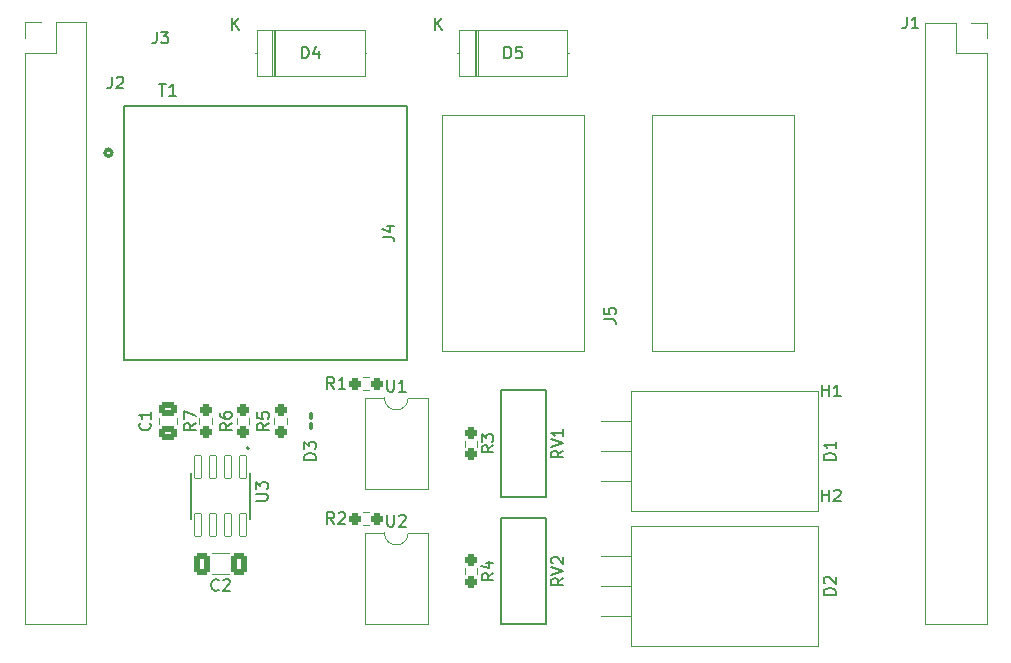
<source format=gto>
G04 #@! TF.GenerationSoftware,KiCad,Pcbnew,(6.0.2)*
G04 #@! TF.CreationDate,2022-03-12T22:50:08+09:00*
G04 #@! TF.ProjectId,ACBoard,4143426f-6172-4642-9e6b-696361645f70,rev?*
G04 #@! TF.SameCoordinates,Original*
G04 #@! TF.FileFunction,Legend,Top*
G04 #@! TF.FilePolarity,Positive*
%FSLAX46Y46*%
G04 Gerber Fmt 4.6, Leading zero omitted, Abs format (unit mm)*
G04 Created by KiCad (PCBNEW (6.0.2)) date 2022-03-12 22:50:08*
%MOMM*%
%LPD*%
G01*
G04 APERTURE LIST*
G04 Aperture macros list*
%AMRoundRect*
0 Rectangle with rounded corners*
0 $1 Rounding radius*
0 $2 $3 $4 $5 $6 $7 $8 $9 X,Y pos of 4 corners*
0 Add a 4 corners polygon primitive as box body*
4,1,4,$2,$3,$4,$5,$6,$7,$8,$9,$2,$3,0*
0 Add four circle primitives for the rounded corners*
1,1,$1+$1,$2,$3*
1,1,$1+$1,$4,$5*
1,1,$1+$1,$6,$7*
1,1,$1+$1,$8,$9*
0 Add four rect primitives between the rounded corners*
20,1,$1+$1,$2,$3,$4,$5,0*
20,1,$1+$1,$4,$5,$6,$7,0*
20,1,$1+$1,$6,$7,$8,$9,0*
20,1,$1+$1,$8,$9,$2,$3,0*%
G04 Aperture macros list end*
%ADD10C,0.150000*%
%ADD11C,0.120000*%
%ADD12C,0.127000*%
%ADD13C,0.200000*%
%ADD14C,0.300000*%
%ADD15C,0.100000*%
%ADD16RoundRect,0.237500X0.250000X0.237500X-0.250000X0.237500X-0.250000X-0.237500X0.250000X-0.237500X0*%
%ADD17R,1.600000X1.600000*%
%ADD18O,1.600000X1.600000*%
%ADD19C,4.000000*%
%ADD20O,3.500000X3.500000*%
%ADD21R,2.000000X1.905000*%
%ADD22O,2.000000X1.905000*%
%ADD23RoundRect,0.250000X-0.475000X0.337500X-0.475000X-0.337500X0.475000X-0.337500X0.475000X0.337500X0*%
%ADD24RoundRect,0.042000X-0.258000X0.943000X-0.258000X-0.943000X0.258000X-0.943000X0.258000X0.943000X0*%
%ADD25RoundRect,0.237500X0.237500X-0.250000X0.237500X0.250000X-0.237500X0.250000X-0.237500X-0.250000X0*%
%ADD26O,6.000000X1.000000*%
%ADD27RoundRect,0.237500X-0.237500X0.250000X-0.237500X-0.250000X0.237500X-0.250000X0.237500X0.250000X0*%
%ADD28C,2.000000*%
%ADD29R,13.000000X9.000000*%
%ADD30R,2.800000X2.800000*%
%ADD31O,2.800000X2.800000*%
%ADD32R,2.250000X2.250000*%
%ADD33C,2.250000*%
%ADD34RoundRect,0.100000X-0.100000X0.217500X-0.100000X-0.217500X0.100000X-0.217500X0.100000X0.217500X0*%
%ADD35C,1.600000*%
%ADD36RoundRect,0.250000X0.412500X0.650000X-0.412500X0.650000X-0.412500X-0.650000X0.412500X-0.650000X0*%
%ADD37R,1.700000X1.700000*%
%ADD38O,1.700000X1.700000*%
G04 APERTURE END LIST*
D10*
X183613333Y-60182380D02*
X183280000Y-59706190D01*
X183041904Y-60182380D02*
X183041904Y-59182380D01*
X183422857Y-59182380D01*
X183518095Y-59230000D01*
X183565714Y-59277619D01*
X183613333Y-59372857D01*
X183613333Y-59515714D01*
X183565714Y-59610952D01*
X183518095Y-59658571D01*
X183422857Y-59706190D01*
X183041904Y-59706190D01*
X183994285Y-59277619D02*
X184041904Y-59230000D01*
X184137142Y-59182380D01*
X184375238Y-59182380D01*
X184470476Y-59230000D01*
X184518095Y-59277619D01*
X184565714Y-59372857D01*
X184565714Y-59468095D01*
X184518095Y-59610952D01*
X183946666Y-60182380D01*
X184565714Y-60182380D01*
X188108095Y-47977380D02*
X188108095Y-48786904D01*
X188155714Y-48882142D01*
X188203333Y-48929761D01*
X188298571Y-48977380D01*
X188489047Y-48977380D01*
X188584285Y-48929761D01*
X188631904Y-48882142D01*
X188679523Y-48786904D01*
X188679523Y-47977380D01*
X189679523Y-48977380D02*
X189108095Y-48977380D01*
X189393809Y-48977380D02*
X189393809Y-47977380D01*
X189298571Y-48120238D01*
X189203333Y-48215476D01*
X189108095Y-48263095D01*
X217178095Y-20272380D02*
X217178095Y-19272380D01*
X217416190Y-19272380D01*
X217559047Y-19320000D01*
X217654285Y-19415238D01*
X217701904Y-19510476D01*
X217749523Y-19700952D01*
X217749523Y-19843809D01*
X217701904Y-20034285D01*
X217654285Y-20129523D01*
X217559047Y-20224761D01*
X217416190Y-20272380D01*
X217178095Y-20272380D01*
X218178095Y-20272380D02*
X218178095Y-19272380D01*
X218178095Y-19748571D02*
X218749523Y-19748571D01*
X218749523Y-20272380D02*
X218749523Y-19272380D01*
X219178095Y-19367619D02*
X219225714Y-19320000D01*
X219320952Y-19272380D01*
X219559047Y-19272380D01*
X219654285Y-19320000D01*
X219701904Y-19367619D01*
X219749523Y-19462857D01*
X219749523Y-19558095D01*
X219701904Y-19700952D01*
X219130476Y-20272380D01*
X219749523Y-20272380D01*
X226062380Y-54753095D02*
X225062380Y-54753095D01*
X225062380Y-54515000D01*
X225110000Y-54372142D01*
X225205238Y-54276904D01*
X225300476Y-54229285D01*
X225490952Y-54181666D01*
X225633809Y-54181666D01*
X225824285Y-54229285D01*
X225919523Y-54276904D01*
X226014761Y-54372142D01*
X226062380Y-54515000D01*
X226062380Y-54753095D01*
X226062380Y-53229285D02*
X226062380Y-53800714D01*
X226062380Y-53515000D02*
X225062380Y-53515000D01*
X225205238Y-53610238D01*
X225300476Y-53705476D01*
X225348095Y-53800714D01*
X167997142Y-51646666D02*
X168044761Y-51694285D01*
X168092380Y-51837142D01*
X168092380Y-51932380D01*
X168044761Y-52075238D01*
X167949523Y-52170476D01*
X167854285Y-52218095D01*
X167663809Y-52265714D01*
X167520952Y-52265714D01*
X167330476Y-52218095D01*
X167235238Y-52170476D01*
X167140000Y-52075238D01*
X167092380Y-51932380D01*
X167092380Y-51837142D01*
X167140000Y-51694285D01*
X167187619Y-51646666D01*
X168092380Y-50694285D02*
X168092380Y-51265714D01*
X168092380Y-50980000D02*
X167092380Y-50980000D01*
X167235238Y-51075238D01*
X167330476Y-51170476D01*
X167378095Y-51265714D01*
X176979380Y-58206904D02*
X177788904Y-58206904D01*
X177884142Y-58159285D01*
X177931761Y-58111666D01*
X177979380Y-58016428D01*
X177979380Y-57825952D01*
X177931761Y-57730714D01*
X177884142Y-57683095D01*
X177788904Y-57635476D01*
X176979380Y-57635476D01*
X176979380Y-57254523D02*
X176979380Y-56635476D01*
X177360333Y-56968809D01*
X177360333Y-56825952D01*
X177407952Y-56730714D01*
X177455571Y-56683095D01*
X177550809Y-56635476D01*
X177788904Y-56635476D01*
X177884142Y-56683095D01*
X177931761Y-56730714D01*
X177979380Y-56825952D01*
X177979380Y-57111666D01*
X177931761Y-57206904D01*
X177884142Y-57254523D01*
X183613333Y-48752380D02*
X183280000Y-48276190D01*
X183041904Y-48752380D02*
X183041904Y-47752380D01*
X183422857Y-47752380D01*
X183518095Y-47800000D01*
X183565714Y-47847619D01*
X183613333Y-47942857D01*
X183613333Y-48085714D01*
X183565714Y-48180952D01*
X183518095Y-48228571D01*
X183422857Y-48276190D01*
X183041904Y-48276190D01*
X184565714Y-48752380D02*
X183994285Y-48752380D01*
X184280000Y-48752380D02*
X184280000Y-47752380D01*
X184184761Y-47895238D01*
X184089523Y-47990476D01*
X183994285Y-48038095D01*
X178092380Y-51646666D02*
X177616190Y-51980000D01*
X178092380Y-52218095D02*
X177092380Y-52218095D01*
X177092380Y-51837142D01*
X177140000Y-51741904D01*
X177187619Y-51694285D01*
X177282857Y-51646666D01*
X177425714Y-51646666D01*
X177520952Y-51694285D01*
X177568571Y-51741904D01*
X177616190Y-51837142D01*
X177616190Y-52218095D01*
X177092380Y-50741904D02*
X177092380Y-51218095D01*
X177568571Y-51265714D01*
X177520952Y-51218095D01*
X177473333Y-51122857D01*
X177473333Y-50884761D01*
X177520952Y-50789523D01*
X177568571Y-50741904D01*
X177663809Y-50694285D01*
X177901904Y-50694285D01*
X177997142Y-50741904D01*
X178044761Y-50789523D01*
X178092380Y-50884761D01*
X178092380Y-51122857D01*
X178044761Y-51218095D01*
X177997142Y-51265714D01*
X187707380Y-35893333D02*
X188421666Y-35893333D01*
X188564523Y-35940952D01*
X188659761Y-36036190D01*
X188707380Y-36179047D01*
X188707380Y-36274285D01*
X188040714Y-34988571D02*
X188707380Y-34988571D01*
X187659761Y-35226666D02*
X188374047Y-35464761D01*
X188374047Y-34845714D01*
X197092380Y-64341666D02*
X196616190Y-64675000D01*
X197092380Y-64913095D02*
X196092380Y-64913095D01*
X196092380Y-64532142D01*
X196140000Y-64436904D01*
X196187619Y-64389285D01*
X196282857Y-64341666D01*
X196425714Y-64341666D01*
X196520952Y-64389285D01*
X196568571Y-64436904D01*
X196616190Y-64532142D01*
X196616190Y-64913095D01*
X196425714Y-63484523D02*
X197092380Y-63484523D01*
X196044761Y-63722619D02*
X196759047Y-63960714D01*
X196759047Y-63341666D01*
X197092380Y-53546666D02*
X196616190Y-53880000D01*
X197092380Y-54118095D02*
X196092380Y-54118095D01*
X196092380Y-53737142D01*
X196140000Y-53641904D01*
X196187619Y-53594285D01*
X196282857Y-53546666D01*
X196425714Y-53546666D01*
X196520952Y-53594285D01*
X196568571Y-53641904D01*
X196616190Y-53737142D01*
X196616190Y-54118095D01*
X196092380Y-53213333D02*
X196092380Y-52594285D01*
X196473333Y-52927619D01*
X196473333Y-52784761D01*
X196520952Y-52689523D01*
X196568571Y-52641904D01*
X196663809Y-52594285D01*
X196901904Y-52594285D01*
X196997142Y-52641904D01*
X197044761Y-52689523D01*
X197092380Y-52784761D01*
X197092380Y-53070476D01*
X197044761Y-53165714D01*
X196997142Y-53213333D01*
X226062380Y-66183095D02*
X225062380Y-66183095D01*
X225062380Y-65945000D01*
X225110000Y-65802142D01*
X225205238Y-65706904D01*
X225300476Y-65659285D01*
X225490952Y-65611666D01*
X225633809Y-65611666D01*
X225824285Y-65659285D01*
X225919523Y-65706904D01*
X226014761Y-65802142D01*
X226062380Y-65945000D01*
X226062380Y-66183095D01*
X225157619Y-65230714D02*
X225110000Y-65183095D01*
X225062380Y-65087857D01*
X225062380Y-64849761D01*
X225110000Y-64754523D01*
X225157619Y-64706904D01*
X225252857Y-64659285D01*
X225348095Y-64659285D01*
X225490952Y-64706904D01*
X226062380Y-65278333D01*
X226062380Y-64659285D01*
X168576666Y-18502380D02*
X168576666Y-19216666D01*
X168529047Y-19359523D01*
X168433809Y-19454761D01*
X168290952Y-19502380D01*
X168195714Y-19502380D01*
X168957619Y-18502380D02*
X169576666Y-18502380D01*
X169243333Y-18883333D01*
X169386190Y-18883333D01*
X169481428Y-18930952D01*
X169529047Y-18978571D01*
X169576666Y-19073809D01*
X169576666Y-19311904D01*
X169529047Y-19407142D01*
X169481428Y-19454761D01*
X169386190Y-19502380D01*
X169100476Y-19502380D01*
X169005238Y-19454761D01*
X168957619Y-19407142D01*
X224928095Y-58277380D02*
X224928095Y-57277380D01*
X224928095Y-57753571D02*
X225499523Y-57753571D01*
X225499523Y-58277380D02*
X225499523Y-57277380D01*
X225928095Y-57372619D02*
X225975714Y-57325000D01*
X226070952Y-57277380D01*
X226309047Y-57277380D01*
X226404285Y-57325000D01*
X226451904Y-57372619D01*
X226499523Y-57467857D01*
X226499523Y-57563095D01*
X226451904Y-57705952D01*
X225880476Y-58277380D01*
X226499523Y-58277380D01*
X198016904Y-20772380D02*
X198016904Y-19772380D01*
X198255000Y-19772380D01*
X198397857Y-19820000D01*
X198493095Y-19915238D01*
X198540714Y-20010476D01*
X198588333Y-20200952D01*
X198588333Y-20343809D01*
X198540714Y-20534285D01*
X198493095Y-20629523D01*
X198397857Y-20724761D01*
X198255000Y-20772380D01*
X198016904Y-20772380D01*
X199493095Y-19772380D02*
X199016904Y-19772380D01*
X198969285Y-20248571D01*
X199016904Y-20200952D01*
X199112142Y-20153333D01*
X199350238Y-20153333D01*
X199445476Y-20200952D01*
X199493095Y-20248571D01*
X199540714Y-20343809D01*
X199540714Y-20581904D01*
X199493095Y-20677142D01*
X199445476Y-20724761D01*
X199350238Y-20772380D01*
X199112142Y-20772380D01*
X199016904Y-20724761D01*
X198969285Y-20677142D01*
X192143095Y-18372380D02*
X192143095Y-17372380D01*
X192714523Y-18372380D02*
X192285952Y-17800952D01*
X192714523Y-17372380D02*
X192143095Y-17943809D01*
X206462380Y-42878333D02*
X207176666Y-42878333D01*
X207319523Y-42925952D01*
X207414761Y-43021190D01*
X207462380Y-43164047D01*
X207462380Y-43259285D01*
X206462380Y-41925952D02*
X206462380Y-42402142D01*
X206938571Y-42449761D01*
X206890952Y-42402142D01*
X206843333Y-42306904D01*
X206843333Y-42068809D01*
X206890952Y-41973571D01*
X206938571Y-41925952D01*
X207033809Y-41878333D01*
X207271904Y-41878333D01*
X207367142Y-41925952D01*
X207414761Y-41973571D01*
X207462380Y-42068809D01*
X207462380Y-42306904D01*
X207414761Y-42402142D01*
X207367142Y-42449761D01*
X188108095Y-59407380D02*
X188108095Y-60216904D01*
X188155714Y-60312142D01*
X188203333Y-60359761D01*
X188298571Y-60407380D01*
X188489047Y-60407380D01*
X188584285Y-60359761D01*
X188631904Y-60312142D01*
X188679523Y-60216904D01*
X188679523Y-59407380D01*
X189108095Y-59502619D02*
X189155714Y-59455000D01*
X189250952Y-59407380D01*
X189489047Y-59407380D01*
X189584285Y-59455000D01*
X189631904Y-59502619D01*
X189679523Y-59597857D01*
X189679523Y-59693095D01*
X189631904Y-59835952D01*
X189060476Y-60407380D01*
X189679523Y-60407380D01*
X168783095Y-22947380D02*
X169354523Y-22947380D01*
X169068809Y-23947380D02*
X169068809Y-22947380D01*
X170211666Y-23947380D02*
X169640238Y-23947380D01*
X169925952Y-23947380D02*
X169925952Y-22947380D01*
X169830714Y-23090238D01*
X169735476Y-23185476D01*
X169640238Y-23233095D01*
X182062380Y-54758095D02*
X181062380Y-54758095D01*
X181062380Y-54520000D01*
X181110000Y-54377142D01*
X181205238Y-54281904D01*
X181300476Y-54234285D01*
X181490952Y-54186666D01*
X181633809Y-54186666D01*
X181824285Y-54234285D01*
X181919523Y-54281904D01*
X182014761Y-54377142D01*
X182062380Y-54520000D01*
X182062380Y-54758095D01*
X181062380Y-53853333D02*
X181062380Y-53234285D01*
X181443333Y-53567619D01*
X181443333Y-53424761D01*
X181490952Y-53329523D01*
X181538571Y-53281904D01*
X181633809Y-53234285D01*
X181871904Y-53234285D01*
X181967142Y-53281904D01*
X182014761Y-53329523D01*
X182062380Y-53424761D01*
X182062380Y-53710476D01*
X182014761Y-53805714D01*
X181967142Y-53853333D01*
X203007380Y-53975238D02*
X202531190Y-54308571D01*
X203007380Y-54546666D02*
X202007380Y-54546666D01*
X202007380Y-54165714D01*
X202055000Y-54070476D01*
X202102619Y-54022857D01*
X202197857Y-53975238D01*
X202340714Y-53975238D01*
X202435952Y-54022857D01*
X202483571Y-54070476D01*
X202531190Y-54165714D01*
X202531190Y-54546666D01*
X202007380Y-53689523D02*
X203007380Y-53356190D01*
X202007380Y-53022857D01*
X203007380Y-52165714D02*
X203007380Y-52737142D01*
X203007380Y-52451428D02*
X202007380Y-52451428D01*
X202150238Y-52546666D01*
X202245476Y-52641904D01*
X202293095Y-52737142D01*
X227338095Y-20272380D02*
X227338095Y-19272380D01*
X227576190Y-19272380D01*
X227719047Y-19320000D01*
X227814285Y-19415238D01*
X227861904Y-19510476D01*
X227909523Y-19700952D01*
X227909523Y-19843809D01*
X227861904Y-20034285D01*
X227814285Y-20129523D01*
X227719047Y-20224761D01*
X227576190Y-20272380D01*
X227338095Y-20272380D01*
X228338095Y-20272380D02*
X228338095Y-19272380D01*
X228338095Y-19748571D02*
X228909523Y-19748571D01*
X228909523Y-20272380D02*
X228909523Y-19272380D01*
X229861904Y-19272380D02*
X229385714Y-19272380D01*
X229338095Y-19748571D01*
X229385714Y-19700952D01*
X229480952Y-19653333D01*
X229719047Y-19653333D01*
X229814285Y-19700952D01*
X229861904Y-19748571D01*
X229909523Y-19843809D01*
X229909523Y-20081904D01*
X229861904Y-20177142D01*
X229814285Y-20224761D01*
X229719047Y-20272380D01*
X229480952Y-20272380D01*
X229385714Y-20224761D01*
X229338095Y-20177142D01*
X173823333Y-65752142D02*
X173775714Y-65799761D01*
X173632857Y-65847380D01*
X173537619Y-65847380D01*
X173394761Y-65799761D01*
X173299523Y-65704523D01*
X173251904Y-65609285D01*
X173204285Y-65418809D01*
X173204285Y-65275952D01*
X173251904Y-65085476D01*
X173299523Y-64990238D01*
X173394761Y-64895000D01*
X173537619Y-64847380D01*
X173632857Y-64847380D01*
X173775714Y-64895000D01*
X173823333Y-64942619D01*
X174204285Y-64942619D02*
X174251904Y-64895000D01*
X174347142Y-64847380D01*
X174585238Y-64847380D01*
X174680476Y-64895000D01*
X174728095Y-64942619D01*
X174775714Y-65037857D01*
X174775714Y-65133095D01*
X174728095Y-65275952D01*
X174156666Y-65847380D01*
X174775714Y-65847380D01*
X224928095Y-49387380D02*
X224928095Y-48387380D01*
X224928095Y-48863571D02*
X225499523Y-48863571D01*
X225499523Y-49387380D02*
X225499523Y-48387380D01*
X226499523Y-49387380D02*
X225928095Y-49387380D01*
X226213809Y-49387380D02*
X226213809Y-48387380D01*
X226118571Y-48530238D01*
X226023333Y-48625476D01*
X225928095Y-48673095D01*
X227338095Y-66492380D02*
X227338095Y-65492380D01*
X227576190Y-65492380D01*
X227719047Y-65540000D01*
X227814285Y-65635238D01*
X227861904Y-65730476D01*
X227909523Y-65920952D01*
X227909523Y-66063809D01*
X227861904Y-66254285D01*
X227814285Y-66349523D01*
X227719047Y-66444761D01*
X227576190Y-66492380D01*
X227338095Y-66492380D01*
X228338095Y-66492380D02*
X228338095Y-65492380D01*
X228338095Y-65968571D02*
X228909523Y-65968571D01*
X228909523Y-66492380D02*
X228909523Y-65492380D01*
X229290476Y-65492380D02*
X229909523Y-65492380D01*
X229576190Y-65873333D01*
X229719047Y-65873333D01*
X229814285Y-65920952D01*
X229861904Y-65968571D01*
X229909523Y-66063809D01*
X229909523Y-66301904D01*
X229861904Y-66397142D01*
X229814285Y-66444761D01*
X229719047Y-66492380D01*
X229433333Y-66492380D01*
X229338095Y-66444761D01*
X229290476Y-66397142D01*
X171902380Y-51646666D02*
X171426190Y-51980000D01*
X171902380Y-52218095D02*
X170902380Y-52218095D01*
X170902380Y-51837142D01*
X170950000Y-51741904D01*
X170997619Y-51694285D01*
X171092857Y-51646666D01*
X171235714Y-51646666D01*
X171330952Y-51694285D01*
X171378571Y-51741904D01*
X171426190Y-51837142D01*
X171426190Y-52218095D01*
X170902380Y-51313333D02*
X170902380Y-50646666D01*
X171902380Y-51075238D01*
X166378095Y-65992380D02*
X166378095Y-64992380D01*
X166616190Y-64992380D01*
X166759047Y-65040000D01*
X166854285Y-65135238D01*
X166901904Y-65230476D01*
X166949523Y-65420952D01*
X166949523Y-65563809D01*
X166901904Y-65754285D01*
X166854285Y-65849523D01*
X166759047Y-65944761D01*
X166616190Y-65992380D01*
X166378095Y-65992380D01*
X167378095Y-65992380D02*
X167378095Y-64992380D01*
X167378095Y-65468571D02*
X167949523Y-65468571D01*
X167949523Y-65992380D02*
X167949523Y-64992380D01*
X168854285Y-65325714D02*
X168854285Y-65992380D01*
X168616190Y-64944761D02*
X168378095Y-65659047D01*
X168997142Y-65659047D01*
X203007380Y-64770238D02*
X202531190Y-65103571D01*
X203007380Y-65341666D02*
X202007380Y-65341666D01*
X202007380Y-64960714D01*
X202055000Y-64865476D01*
X202102619Y-64817857D01*
X202197857Y-64770238D01*
X202340714Y-64770238D01*
X202435952Y-64817857D01*
X202483571Y-64865476D01*
X202531190Y-64960714D01*
X202531190Y-65341666D01*
X202007380Y-64484523D02*
X203007380Y-64151190D01*
X202007380Y-63817857D01*
X202102619Y-63532142D02*
X202055000Y-63484523D01*
X202007380Y-63389285D01*
X202007380Y-63151190D01*
X202055000Y-63055952D01*
X202102619Y-63008333D01*
X202197857Y-62960714D01*
X202293095Y-62960714D01*
X202435952Y-63008333D01*
X203007380Y-63579761D01*
X203007380Y-62960714D01*
X232076666Y-17232380D02*
X232076666Y-17946666D01*
X232029047Y-18089523D01*
X231933809Y-18184761D01*
X231790952Y-18232380D01*
X231695714Y-18232380D01*
X233076666Y-18232380D02*
X232505238Y-18232380D01*
X232790952Y-18232380D02*
X232790952Y-17232380D01*
X232695714Y-17375238D01*
X232600476Y-17470476D01*
X232505238Y-17518095D01*
X164766666Y-22312380D02*
X164766666Y-23026666D01*
X164719047Y-23169523D01*
X164623809Y-23264761D01*
X164480952Y-23312380D01*
X164385714Y-23312380D01*
X165195238Y-22407619D02*
X165242857Y-22360000D01*
X165338095Y-22312380D01*
X165576190Y-22312380D01*
X165671428Y-22360000D01*
X165719047Y-22407619D01*
X165766666Y-22502857D01*
X165766666Y-22598095D01*
X165719047Y-22740952D01*
X165147619Y-23312380D01*
X165766666Y-23312380D01*
X180871904Y-20772380D02*
X180871904Y-19772380D01*
X181110000Y-19772380D01*
X181252857Y-19820000D01*
X181348095Y-19915238D01*
X181395714Y-20010476D01*
X181443333Y-20200952D01*
X181443333Y-20343809D01*
X181395714Y-20534285D01*
X181348095Y-20629523D01*
X181252857Y-20724761D01*
X181110000Y-20772380D01*
X180871904Y-20772380D01*
X182300476Y-20105714D02*
X182300476Y-20772380D01*
X182062380Y-19724761D02*
X181824285Y-20439047D01*
X182443333Y-20439047D01*
X174998095Y-18372380D02*
X174998095Y-17372380D01*
X175569523Y-18372380D02*
X175140952Y-17800952D01*
X175569523Y-17372380D02*
X174998095Y-17943809D01*
X174917380Y-51646666D02*
X174441190Y-51980000D01*
X174917380Y-52218095D02*
X173917380Y-52218095D01*
X173917380Y-51837142D01*
X173965000Y-51741904D01*
X174012619Y-51694285D01*
X174107857Y-51646666D01*
X174250714Y-51646666D01*
X174345952Y-51694285D01*
X174393571Y-51741904D01*
X174441190Y-51837142D01*
X174441190Y-52218095D01*
X173917380Y-50789523D02*
X173917380Y-50980000D01*
X173965000Y-51075238D01*
X174012619Y-51122857D01*
X174155476Y-51218095D01*
X174345952Y-51265714D01*
X174726904Y-51265714D01*
X174822142Y-51218095D01*
X174869761Y-51170476D01*
X174917380Y-51075238D01*
X174917380Y-50884761D01*
X174869761Y-50789523D01*
X174822142Y-50741904D01*
X174726904Y-50694285D01*
X174488809Y-50694285D01*
X174393571Y-50741904D01*
X174345952Y-50789523D01*
X174298333Y-50884761D01*
X174298333Y-51075238D01*
X174345952Y-51170476D01*
X174393571Y-51218095D01*
X174488809Y-51265714D01*
D11*
X186574724Y-59207500D02*
X186065276Y-59207500D01*
X186574724Y-60252500D02*
X186065276Y-60252500D01*
X187870000Y-49525000D02*
X186220000Y-49525000D01*
X186220000Y-57265000D02*
X191520000Y-57265000D01*
X191520000Y-49525000D02*
X189870000Y-49525000D01*
X186220000Y-49525000D02*
X186220000Y-57265000D01*
X191520000Y-57265000D02*
X191520000Y-49525000D01*
X187870000Y-49525000D02*
G75*
G03*
X189870000Y-49525000I1000000J0D01*
G01*
X208720000Y-48895000D02*
X208720000Y-59135000D01*
X208720000Y-54015000D02*
X206180000Y-54015000D01*
X208720000Y-51475000D02*
X206180000Y-51475000D01*
X208720000Y-56555000D02*
X206180000Y-56555000D01*
X224610000Y-48895000D02*
X208720000Y-48895000D01*
X224610000Y-48895000D02*
X224610000Y-59135000D01*
X224610000Y-59135000D02*
X208720000Y-59135000D01*
X168810000Y-51218748D02*
X168810000Y-51741252D01*
X170280000Y-51218748D02*
X170280000Y-51741252D01*
D12*
X171465000Y-55880000D02*
X171465000Y-59780000D01*
X176515000Y-55880000D02*
X176515000Y-59780000D01*
D13*
X176395000Y-53790000D02*
G75*
G03*
X176395000Y-53790000I-100000J0D01*
G01*
D11*
X186574724Y-48822500D02*
X186065276Y-48822500D01*
X186574724Y-47777500D02*
X186065276Y-47777500D01*
X179592500Y-51734724D02*
X179592500Y-51225276D01*
X178547500Y-51734724D02*
X178547500Y-51225276D01*
X192755000Y-45560000D02*
X204755000Y-45560000D01*
X204755000Y-45560000D02*
X204755000Y-25560000D01*
X204755000Y-25560000D02*
X192755000Y-25560000D01*
X192755000Y-25560000D02*
X192755000Y-45560000D01*
X195732500Y-63920276D02*
X195732500Y-64429724D01*
X194687500Y-63920276D02*
X194687500Y-64429724D01*
X194687500Y-53125276D02*
X194687500Y-53634724D01*
X195732500Y-53125276D02*
X195732500Y-53634724D01*
X208720000Y-65445000D02*
X206180000Y-65445000D01*
X208720000Y-62905000D02*
X206180000Y-62905000D01*
X208720000Y-67985000D02*
X206180000Y-67985000D01*
X224610000Y-60325000D02*
X208720000Y-60325000D01*
X224610000Y-60325000D02*
X224610000Y-70565000D01*
X208720000Y-60325000D02*
X208720000Y-70565000D01*
X224610000Y-70565000D02*
X208720000Y-70565000D01*
X195520000Y-18350000D02*
X195520000Y-22290000D01*
X203465000Y-20320000D02*
X203325000Y-20320000D01*
X203325000Y-18350000D02*
X194185000Y-18350000D01*
X195760000Y-18350000D02*
X195760000Y-22290000D01*
X194045000Y-20320000D02*
X194185000Y-20320000D01*
X195640000Y-18350000D02*
X195640000Y-22290000D01*
X194185000Y-22290000D02*
X203325000Y-22290000D01*
X194185000Y-18350000D02*
X194185000Y-22290000D01*
X203325000Y-22290000D02*
X203325000Y-18350000D01*
X210535000Y-45560000D02*
X222535000Y-45560000D01*
X222535000Y-45560000D02*
X222535000Y-25560000D01*
X222535000Y-25560000D02*
X210535000Y-25560000D01*
X210535000Y-25560000D02*
X210535000Y-45560000D01*
X187870000Y-60955000D02*
X186220000Y-60955000D01*
X186220000Y-60955000D02*
X186220000Y-68695000D01*
X186220000Y-68695000D02*
X191520000Y-68695000D01*
X191520000Y-60955000D02*
X189870000Y-60955000D01*
X191520000Y-68695000D02*
X191520000Y-60955000D01*
X187870000Y-60955000D02*
G75*
G03*
X189870000Y-60955000I1000000J0D01*
G01*
D12*
X165800000Y-46310000D02*
X165800000Y-24810000D01*
X165800000Y-24810000D02*
X189800000Y-24810000D01*
X189800000Y-24810000D02*
X189800000Y-46310000D01*
X189800000Y-46310000D02*
X165800000Y-46310000D01*
D14*
X164782841Y-28760000D02*
G75*
G03*
X164782841Y-28760000I-282841J0D01*
G01*
D15*
X181660000Y-50445000D02*
G75*
G03*
X181660000Y-50445000I-50000J0D01*
G01*
D10*
X197755000Y-57880000D02*
X201555000Y-57880000D01*
X197755000Y-48880000D02*
X201555000Y-48880000D01*
X197755000Y-57880000D02*
X197755000Y-48880000D01*
X201555000Y-57880000D02*
X201555000Y-48880000D01*
D11*
X174701252Y-62635000D02*
X173278748Y-62635000D01*
X174701252Y-64455000D02*
X173278748Y-64455000D01*
X172197500Y-51225276D02*
X172197500Y-51734724D01*
X173242500Y-51225276D02*
X173242500Y-51734724D01*
D10*
X201555000Y-68675000D02*
X201555000Y-59675000D01*
X197755000Y-68675000D02*
X197755000Y-59675000D01*
X197755000Y-68675000D02*
X201555000Y-68675000D01*
X197755000Y-59675000D02*
X201555000Y-59675000D01*
D11*
X236240000Y-17750000D02*
X236240000Y-20350000D01*
X238840000Y-20350000D02*
X238840000Y-68670000D01*
X236240000Y-20350000D02*
X238840000Y-20350000D01*
X237510000Y-17750000D02*
X238840000Y-17750000D01*
X233640000Y-17750000D02*
X236240000Y-17750000D01*
X233640000Y-68670000D02*
X238840000Y-68670000D01*
X233640000Y-17750000D02*
X233640000Y-68670000D01*
X238840000Y-17750000D02*
X238840000Y-19080000D01*
X157415000Y-20325000D02*
X160015000Y-20325000D01*
X160015000Y-17725000D02*
X162615000Y-17725000D01*
X160015000Y-20325000D02*
X160015000Y-17725000D01*
X162615000Y-17725000D02*
X162615000Y-68645000D01*
X157415000Y-17725000D02*
X158745000Y-17725000D01*
X157415000Y-68645000D02*
X162615000Y-68645000D01*
X157415000Y-19055000D02*
X157415000Y-17725000D01*
X157415000Y-20325000D02*
X157415000Y-68645000D01*
X176900000Y-20320000D02*
X177040000Y-20320000D01*
X186180000Y-22290000D02*
X186180000Y-18350000D01*
X177040000Y-18350000D02*
X177040000Y-22290000D01*
X178615000Y-18350000D02*
X178615000Y-22290000D01*
X178495000Y-18350000D02*
X178495000Y-22290000D01*
X178375000Y-18350000D02*
X178375000Y-22290000D01*
X177040000Y-22290000D02*
X186180000Y-22290000D01*
X186320000Y-20320000D02*
X186180000Y-20320000D01*
X186180000Y-18350000D02*
X177040000Y-18350000D01*
X176417500Y-51734724D02*
X176417500Y-51225276D01*
X175372500Y-51734724D02*
X175372500Y-51225276D01*
%LPC*%
D16*
X187232500Y-59730000D03*
X185407500Y-59730000D03*
D17*
X185060000Y-50855000D03*
D18*
X185060000Y-53395000D03*
X185060000Y-55935000D03*
X192680000Y-55935000D03*
X192680000Y-50855000D03*
D19*
X218440000Y-20320000D03*
D20*
X221690000Y-54015000D03*
D21*
X205030000Y-51475000D03*
D22*
X205030000Y-54015000D03*
X205030000Y-56555000D03*
D23*
X169545000Y-50442500D03*
X169545000Y-52517500D03*
D24*
X175895000Y-55360000D03*
X174625000Y-55360000D03*
X173355000Y-55360000D03*
X172085000Y-55360000D03*
X172085000Y-60300000D03*
X173355000Y-60300000D03*
X174625000Y-60300000D03*
X175895000Y-60300000D03*
D16*
X187232500Y-48300000D03*
X185407500Y-48300000D03*
D25*
X179070000Y-52392500D03*
X179070000Y-50567500D03*
D26*
X198755000Y-41910000D03*
X198755000Y-29210000D03*
D27*
X195210000Y-63262500D03*
X195210000Y-65087500D03*
X195210000Y-52467500D03*
X195210000Y-54292500D03*
D20*
X221690000Y-65445000D03*
D21*
X205030000Y-62905000D03*
D22*
X205030000Y-65445000D03*
X205030000Y-67985000D03*
D28*
X166910000Y-19050000D03*
X170910000Y-19050000D03*
D29*
X216165000Y-65445000D03*
D30*
X192405000Y-20320000D03*
D31*
X205105000Y-20320000D03*
D26*
X216535000Y-41910000D03*
X216535000Y-29210000D03*
D17*
X185060000Y-62285000D03*
D18*
X185060000Y-64825000D03*
X185060000Y-67365000D03*
X192680000Y-67365000D03*
X192680000Y-62285000D03*
D32*
X171300000Y-29260000D03*
D33*
X171300000Y-33060000D03*
X171300000Y-38060000D03*
X171300000Y-43060000D03*
X184300000Y-43060000D03*
X184300000Y-38060000D03*
X184300000Y-33060000D03*
X184300000Y-28060000D03*
D34*
X181610000Y-51072500D03*
X181610000Y-51887500D03*
D35*
X198755000Y-55880000D03*
X200555000Y-50880000D03*
D19*
X228600000Y-20320000D03*
D36*
X175552500Y-63545000D03*
X172427500Y-63545000D03*
D29*
X216165000Y-54015000D03*
D19*
X228600000Y-66040000D03*
D27*
X172720000Y-50567500D03*
X172720000Y-52392500D03*
D19*
X167640000Y-66040000D03*
D35*
X198755000Y-66675000D03*
X200555000Y-61675000D03*
D37*
X237510000Y-19080000D03*
D38*
X234970000Y-19080000D03*
X237510000Y-21620000D03*
X234970000Y-21620000D03*
X237510000Y-24160000D03*
X234970000Y-24160000D03*
X237510000Y-26700000D03*
X234970000Y-26700000D03*
X237510000Y-29240000D03*
X234970000Y-29240000D03*
X237510000Y-31780000D03*
X234970000Y-31780000D03*
X237510000Y-34320000D03*
X234970000Y-34320000D03*
X237510000Y-36860000D03*
X234970000Y-36860000D03*
X237510000Y-39400000D03*
X234970000Y-39400000D03*
X237510000Y-41940000D03*
X234970000Y-41940000D03*
X237510000Y-44480000D03*
X234970000Y-44480000D03*
X237510000Y-47020000D03*
X234970000Y-47020000D03*
X237510000Y-49560000D03*
X234970000Y-49560000D03*
X237510000Y-52100000D03*
X234970000Y-52100000D03*
X237510000Y-54640000D03*
X234970000Y-54640000D03*
X237510000Y-57180000D03*
X234970000Y-57180000D03*
X237510000Y-59720000D03*
X234970000Y-59720000D03*
X237510000Y-62260000D03*
X234970000Y-62260000D03*
X237510000Y-64800000D03*
X234970000Y-64800000D03*
X237510000Y-67340000D03*
X234970000Y-67340000D03*
D37*
X158745000Y-19055000D03*
D38*
X161285000Y-19055000D03*
X158745000Y-21595000D03*
X161285000Y-21595000D03*
X158745000Y-24135000D03*
X161285000Y-24135000D03*
X158745000Y-26675000D03*
X161285000Y-26675000D03*
X158745000Y-29215000D03*
X161285000Y-29215000D03*
X158745000Y-31755000D03*
X161285000Y-31755000D03*
X158745000Y-34295000D03*
X161285000Y-34295000D03*
X158745000Y-36835000D03*
X161285000Y-36835000D03*
X158745000Y-39375000D03*
X161285000Y-39375000D03*
X158745000Y-41915000D03*
X161285000Y-41915000D03*
X158745000Y-44455000D03*
X161285000Y-44455000D03*
X158745000Y-46995000D03*
X161285000Y-46995000D03*
X158745000Y-49535000D03*
X161285000Y-49535000D03*
X158745000Y-52075000D03*
X161285000Y-52075000D03*
X158745000Y-54615000D03*
X161285000Y-54615000D03*
X158745000Y-57155000D03*
X161285000Y-57155000D03*
X158745000Y-59695000D03*
X161285000Y-59695000D03*
X158745000Y-62235000D03*
X161285000Y-62235000D03*
X158745000Y-64775000D03*
X161285000Y-64775000D03*
X158745000Y-67315000D03*
X161285000Y-67315000D03*
D30*
X175260000Y-20320000D03*
D31*
X187960000Y-20320000D03*
D25*
X175895000Y-52392500D03*
X175895000Y-50567500D03*
M02*

</source>
